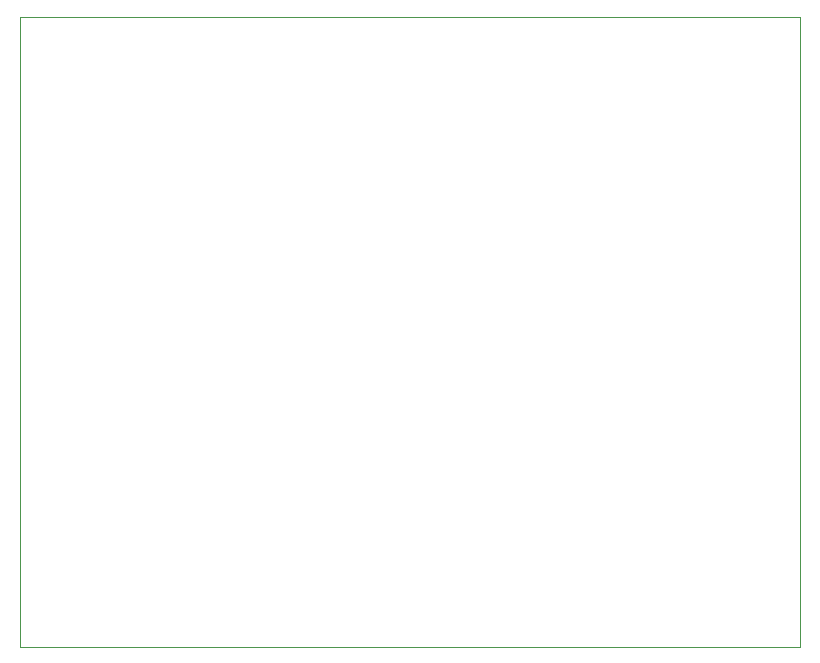
<source format=gm1>
%TF.GenerationSoftware,KiCad,Pcbnew,(6.0.2)*%
%TF.CreationDate,2024-03-28T15:54:17-05:00*%
%TF.ProjectId,Security_Mat,53656375-7269-4747-995f-4d61742e6b69,rev?*%
%TF.SameCoordinates,Original*%
%TF.FileFunction,Profile,NP*%
%FSLAX46Y46*%
G04 Gerber Fmt 4.6, Leading zero omitted, Abs format (unit mm)*
G04 Created by KiCad (PCBNEW (6.0.2)) date 2024-03-28 15:54:17*
%MOMM*%
%LPD*%
G01*
G04 APERTURE LIST*
%TA.AperFunction,Profile*%
%ADD10C,0.100000*%
%TD*%
G04 APERTURE END LIST*
D10*
X174310000Y-113190000D02*
X174310000Y-110650000D01*
X174310000Y-110650000D02*
X174310000Y-72804000D01*
X108270000Y-59850000D02*
X108270000Y-113190000D01*
X174310000Y-72804000D02*
X174300000Y-59850000D01*
X174300000Y-59850000D02*
X108270000Y-59850000D01*
X108270000Y-113190000D02*
X174310000Y-113190000D01*
M02*

</source>
